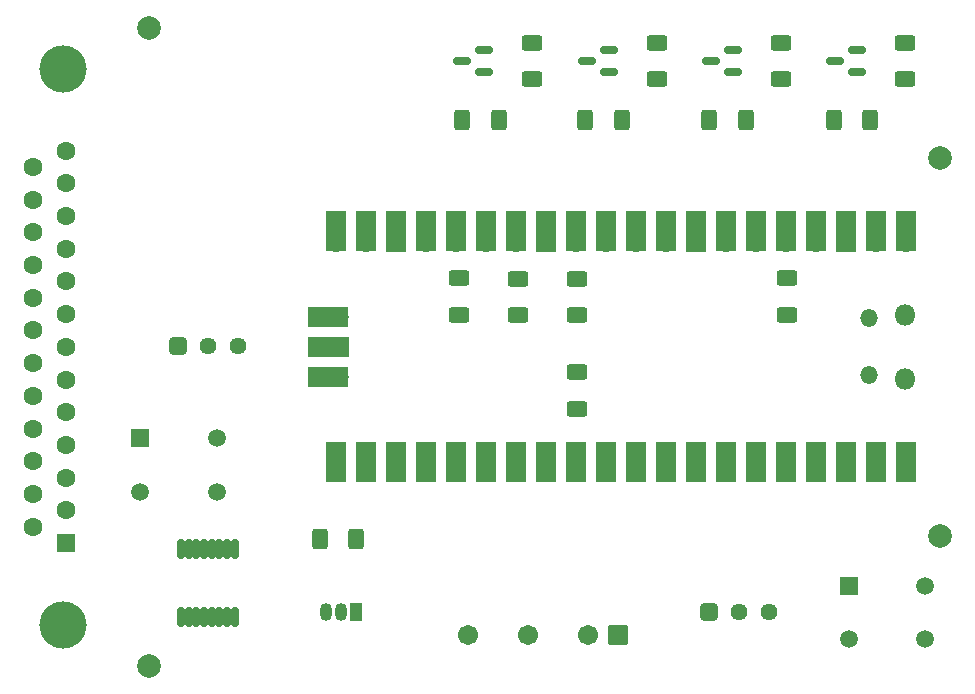
<source format=gbr>
%TF.GenerationSoftware,KiCad,Pcbnew,8.0.4*%
%TF.CreationDate,2025-01-16T17:17:22-06:00*%
%TF.ProjectId,KiCad-Pi-Pico,4b694361-642d-4506-992d-5069636f2e6b,1.0*%
%TF.SameCoordinates,Original*%
%TF.FileFunction,Soldermask,Top*%
%TF.FilePolarity,Negative*%
%FSLAX46Y46*%
G04 Gerber Fmt 4.6, Leading zero omitted, Abs format (unit mm)*
G04 Created by KiCad (PCBNEW 8.0.4) date 2025-01-16 17:17:22*
%MOMM*%
%LPD*%
G01*
G04 APERTURE LIST*
G04 Aperture macros list*
%AMRoundRect*
0 Rectangle with rounded corners*
0 $1 Rounding radius*
0 $2 $3 $4 $5 $6 $7 $8 $9 X,Y pos of 4 corners*
0 Add a 4 corners polygon primitive as box body*
4,1,4,$2,$3,$4,$5,$6,$7,$8,$9,$2,$3,0*
0 Add four circle primitives for the rounded corners*
1,1,$1+$1,$2,$3*
1,1,$1+$1,$4,$5*
1,1,$1+$1,$6,$7*
1,1,$1+$1,$8,$9*
0 Add four rect primitives between the rounded corners*
20,1,$1+$1,$2,$3,$4,$5,0*
20,1,$1+$1,$4,$5,$6,$7,0*
20,1,$1+$1,$6,$7,$8,$9,0*
20,1,$1+$1,$8,$9,$2,$3,0*%
G04 Aperture macros list end*
%ADD10RoundRect,0.214900X0.092100X-0.622100X0.092100X0.622100X-0.092100X0.622100X-0.092100X-0.622100X0*%
%ADD11RoundRect,0.214900X-0.092100X0.622100X-0.092100X-0.622100X0.092100X-0.622100X0.092100X0.622100X0*%
%ADD12RoundRect,0.102000X0.750000X0.750000X-0.750000X0.750000X-0.750000X-0.750000X0.750000X-0.750000X0*%
%ADD13C,1.704000*%
%ADD14RoundRect,0.250000X0.400000X0.625000X-0.400000X0.625000X-0.400000X-0.625000X0.400000X-0.625000X0*%
%ADD15RoundRect,0.250000X-0.625000X0.400000X-0.625000X-0.400000X0.625000X-0.400000X0.625000X0.400000X0*%
%ADD16RoundRect,0.250000X-0.400000X-0.625000X0.400000X-0.625000X0.400000X0.625000X-0.400000X0.625000X0*%
%ADD17O,1.800000X1.800000*%
%ADD18O,1.500000X1.500000*%
%ADD19O,1.700000X1.700000*%
%ADD20R,1.700000X3.500000*%
%ADD21R,1.700000X1.700000*%
%ADD22R,3.500000X1.700000*%
%ADD23RoundRect,0.250000X0.625000X-0.400000X0.625000X0.400000X-0.625000X0.400000X-0.625000X-0.400000X0*%
%ADD24RoundRect,0.250000X0.470000X-0.470000X0.470000X0.470000X-0.470000X0.470000X-0.470000X-0.470000X0*%
%ADD25C,1.440000*%
%ADD26R,1.498600X1.498600*%
%ADD27C,1.498600*%
%ADD28R,1.016000X1.524000*%
%ADD29O,1.016000X1.524000*%
%ADD30C,2.000000*%
%ADD31RoundRect,0.150000X0.587500X0.150000X-0.587500X0.150000X-0.587500X-0.150000X0.587500X-0.150000X0*%
%ADD32C,4.000000*%
%ADD33R,1.600000X1.600000*%
%ADD34C,1.600000*%
G04 APERTURE END LIST*
D10*
%TO.C,U2*%
X112725000Y-122870000D03*
X113375000Y-122870000D03*
X114025000Y-122870000D03*
X114675000Y-122870000D03*
X115325000Y-122870000D03*
X115975000Y-122870000D03*
X116625000Y-122870000D03*
X117275000Y-122870000D03*
D11*
X117275000Y-117130000D03*
X116625000Y-117130000D03*
X115975000Y-117130000D03*
X115325000Y-117130000D03*
X114675000Y-117130000D03*
X114025000Y-117130000D03*
X113375000Y-117130000D03*
X112725000Y-117130000D03*
%TD*%
D12*
%TO.C,U4*%
X149687500Y-124420000D03*
D13*
X147147500Y-124420000D03*
X142067500Y-124420000D03*
X136987500Y-124420000D03*
%TD*%
D14*
%TO.C,R4*%
X171075000Y-80800000D03*
X167975000Y-80800000D03*
%TD*%
%TO.C,R5*%
X160525000Y-80800000D03*
X157425000Y-80800000D03*
%TD*%
D15*
%TO.C,R7*%
X146250000Y-102150000D03*
X146250000Y-105250000D03*
%TD*%
D16*
%TO.C,R10*%
X124450000Y-116250000D03*
X127550000Y-116250000D03*
%TD*%
D17*
%TO.C,U1*%
X174000000Y-97275000D03*
D18*
X170970000Y-97575000D03*
X170970000Y-102425000D03*
D17*
X174000000Y-102725000D03*
D19*
X174130000Y-91110000D03*
D20*
X174130000Y-90210000D03*
D19*
X171590000Y-91110000D03*
D20*
X171590000Y-90210000D03*
D21*
X169050000Y-91110000D03*
D20*
X169050000Y-90210000D03*
D19*
X166510000Y-91110000D03*
D20*
X166510000Y-90210000D03*
D19*
X163970000Y-91110000D03*
D20*
X163970000Y-90210000D03*
D19*
X161430000Y-91110000D03*
D20*
X161430000Y-90210000D03*
D19*
X158890000Y-91110000D03*
D20*
X158890000Y-90210000D03*
D21*
X156350000Y-91110000D03*
D20*
X156350000Y-90210000D03*
D19*
X153810000Y-91110000D03*
D20*
X153810000Y-90210000D03*
D19*
X151270000Y-91110000D03*
D20*
X151270000Y-90210000D03*
D19*
X148730000Y-91110000D03*
D20*
X148730000Y-90210000D03*
D19*
X146190000Y-91110000D03*
D20*
X146190000Y-90210000D03*
D21*
X143650000Y-91110000D03*
D20*
X143650000Y-90210000D03*
D19*
X141110000Y-91110000D03*
D20*
X141110000Y-90210000D03*
D19*
X138570000Y-91110000D03*
D20*
X138570000Y-90210000D03*
D19*
X136030000Y-91110000D03*
D20*
X136030000Y-90210000D03*
D19*
X133490000Y-91110000D03*
D20*
X133490000Y-90210000D03*
D21*
X130950000Y-91110000D03*
D20*
X130950000Y-90210000D03*
D19*
X128410000Y-91110000D03*
D20*
X128410000Y-90210000D03*
D19*
X125870000Y-91110000D03*
D20*
X125870000Y-90210000D03*
D19*
X125870000Y-108890000D03*
D20*
X125870000Y-109790000D03*
D19*
X128410000Y-108890000D03*
D20*
X128410000Y-109790000D03*
D21*
X130950000Y-108890000D03*
D20*
X130950000Y-109790000D03*
D19*
X133490000Y-108890000D03*
D20*
X133490000Y-109790000D03*
D19*
X136030000Y-108890000D03*
D20*
X136030000Y-109790000D03*
D19*
X138570000Y-108890000D03*
D20*
X138570000Y-109790000D03*
D19*
X141110000Y-108890000D03*
D20*
X141110000Y-109790000D03*
D21*
X143650000Y-108890000D03*
D20*
X143650000Y-109790000D03*
D19*
X146190000Y-108890000D03*
D20*
X146190000Y-109790000D03*
D19*
X148730000Y-108890000D03*
D20*
X148730000Y-109790000D03*
D19*
X151270000Y-108890000D03*
D20*
X151270000Y-109790000D03*
D19*
X153810000Y-108890000D03*
D20*
X153810000Y-109790000D03*
D21*
X156350000Y-108890000D03*
D20*
X156350000Y-109790000D03*
D19*
X158890000Y-108890000D03*
D20*
X158890000Y-109790000D03*
D19*
X161430000Y-108890000D03*
D20*
X161430000Y-109790000D03*
D19*
X163970000Y-108890000D03*
D20*
X163970000Y-109790000D03*
D19*
X166510000Y-108890000D03*
D20*
X166510000Y-109790000D03*
D21*
X169050000Y-108890000D03*
D20*
X169050000Y-109790000D03*
D19*
X171590000Y-108890000D03*
D20*
X171590000Y-109790000D03*
D19*
X174130000Y-108890000D03*
D20*
X174130000Y-109790000D03*
D19*
X126100000Y-97460000D03*
D22*
X125200000Y-97460000D03*
D21*
X126100000Y-100000000D03*
D22*
X125200000Y-100000000D03*
D19*
X126100000Y-102540000D03*
D22*
X125200000Y-102540000D03*
%TD*%
D23*
%TO.C,R1*%
X174025000Y-77350000D03*
X174025000Y-74250000D03*
%TD*%
D14*
%TO.C,R8*%
X139625000Y-80800000D03*
X136525000Y-80800000D03*
%TD*%
D24*
%TO.C,RV1*%
X157460000Y-122500000D03*
D25*
X160000000Y-122500000D03*
X162540000Y-122500000D03*
%TD*%
D23*
%TO.C,R14*%
X164000000Y-97300000D03*
X164000000Y-94200000D03*
%TD*%
D26*
%TO.C,SW1*%
X169249999Y-120260599D03*
D27*
X175750000Y-120260599D03*
X169249999Y-124760600D03*
X175750000Y-124760600D03*
%TD*%
D23*
%TO.C,R9*%
X142475000Y-77350000D03*
X142475000Y-74250000D03*
%TD*%
%TO.C,R11*%
X136250000Y-97300000D03*
X136250000Y-94200000D03*
%TD*%
%TO.C,R2*%
X163525000Y-77350000D03*
X163525000Y-74250000D03*
%TD*%
D28*
%TO.C,U5*%
X127500000Y-122500000D03*
D29*
X126230000Y-122500000D03*
X124960000Y-122500000D03*
%TD*%
D30*
%TO.C,REF\u002A\u002A*%
X110000000Y-73000000D03*
%TD*%
D23*
%TO.C,R13*%
X146250000Y-97350000D03*
X146250000Y-94250000D03*
%TD*%
D31*
%TO.C,Q4*%
X138412500Y-76750000D03*
X138412500Y-74850000D03*
X136537500Y-75800000D03*
%TD*%
%TO.C,Q3*%
X148962500Y-76750000D03*
X148962500Y-74850000D03*
X147087500Y-75800000D03*
%TD*%
D30*
%TO.C,REF\u002A\u002A*%
X177000000Y-116000000D03*
%TD*%
D23*
%TO.C,R3*%
X153025000Y-77350000D03*
X153025000Y-74250000D03*
%TD*%
D31*
%TO.C,Q1*%
X169962500Y-76750000D03*
X169962500Y-74850000D03*
X168087500Y-75800000D03*
%TD*%
D24*
%TO.C,RV2*%
X112460000Y-99897500D03*
D25*
X115000000Y-99897500D03*
X117540000Y-99897500D03*
%TD*%
D30*
%TO.C,REF\u002A\u002A*%
X177000000Y-84000000D03*
%TD*%
D14*
%TO.C,R6*%
X150025000Y-80800000D03*
X146925000Y-80800000D03*
%TD*%
D31*
%TO.C,Q2*%
X159462500Y-76750000D03*
X159462500Y-74850000D03*
X157587500Y-75800000D03*
%TD*%
D26*
%TO.C,SW2*%
X109249999Y-107760599D03*
D27*
X115750000Y-107760599D03*
X109249999Y-112260600D03*
X115750000Y-112260600D03*
%TD*%
D23*
%TO.C,R12*%
X141250000Y-97350000D03*
X141250000Y-94250000D03*
%TD*%
D30*
%TO.C,REF\u002A\u002A*%
X110000000Y-127000000D03*
%TD*%
D32*
%TO.C,J1*%
X102705331Y-123555000D03*
X102705331Y-76455000D03*
D33*
X103005331Y-116625000D03*
D34*
X103005331Y-113855000D03*
X103005331Y-111085000D03*
X103005331Y-108315000D03*
X103005331Y-105545000D03*
X103005331Y-102775000D03*
X103005331Y-100005000D03*
X103005331Y-97235000D03*
X103005331Y-94465000D03*
X103005331Y-91695000D03*
X103005331Y-88925000D03*
X103005331Y-86155000D03*
X103005331Y-83385000D03*
X100165331Y-115240000D03*
X100165331Y-112470000D03*
X100165331Y-109700000D03*
X100165331Y-106930000D03*
X100165331Y-104160000D03*
X100165331Y-101390000D03*
X100165331Y-98620000D03*
X100165331Y-95850000D03*
X100165331Y-93080000D03*
X100165331Y-90310000D03*
X100165331Y-87540000D03*
X100165331Y-84770000D03*
%TD*%
M02*

</source>
